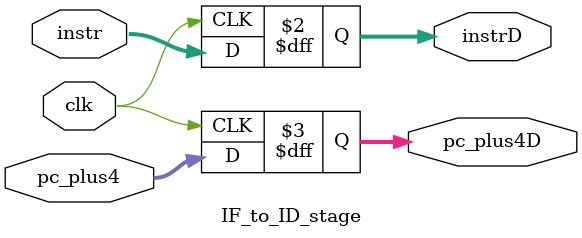
<source format=v>
`timescale 1ns / 1ps

module IF_to_ID_stage(
input wire clk,
input wire [31:0] instr, pc_plus4,
output reg [31:0] instrD, pc_plus4D
    );
always@ (posedge clk)begin
    instrD <= instr;
    pc_plus4D <= pc_plus4;
end
endmodule

</source>
